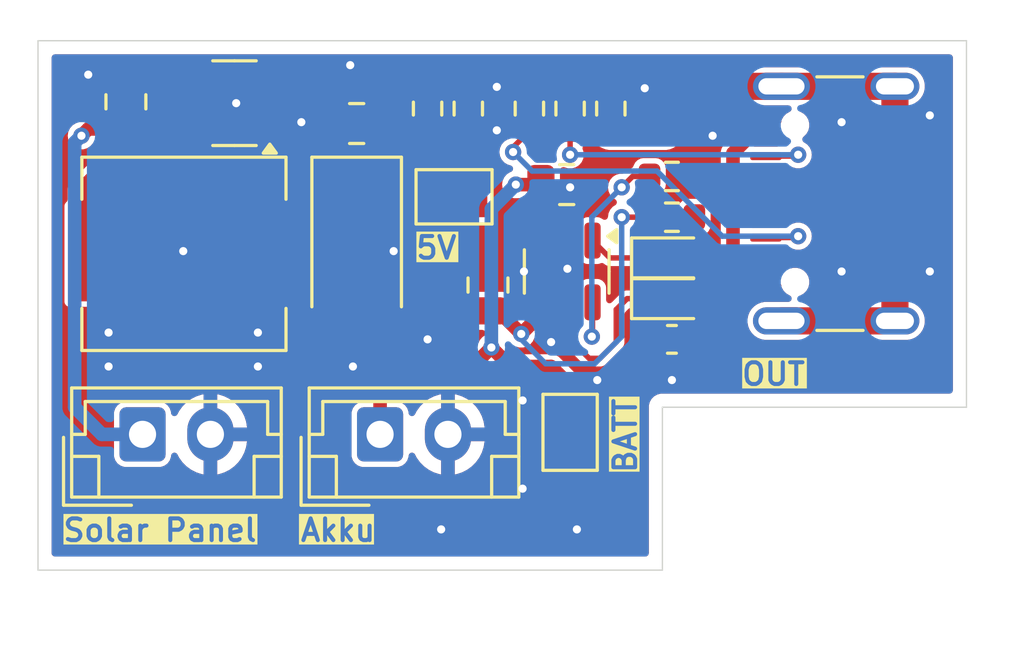
<source format=kicad_pcb>
(kicad_pcb (version 20240108) (generator "pcbnew") (generator_version "8.0")
  (layers (0 "F.Cu" signal) (1 "In1.Cu" signal) (2 "In2.Cu" signal) (31 "B.Cu" signal) (34 "B.Paste" user) (35 "F.Paste" user) (36 "B.SilkS" user "B.Silkscreen") (37 "F.SilkS" user "F.Silkscreen") (38 "B.Mask" user) (39 "F.Mask" user) (44 "Edge.Cuts" user))
  (net 0 "")
  (net 1 "/SW")
  (net 2 "/5V_Out")
  (net 3 "3V_Solar")
  (net 4 "/FB")
  (net 5 "GND")
  (net 7 "Net-(D2-A)")
  (net 8 "VBUS")
  (net 9 "/BAT_OUT")
  (net 10 "+5V")
  (net 11 "/STDBY")
  (net 12 "/PROG")
  (net 13 "/CHRG")
  (net 14 "/VBUS_OUT")
  (net 15 "/CC1")
  (net 16 "/Shield")
  (net 20 "/CC2")
  (footprint "Resistor_SMD:R_0603_1608Metric" (layer "F.Cu") (at 165.75 59 90)
    (property "Reference" "R1" (hide yes))
    (property "Value" "750k")
    (fp_line (start -0.237258 -0.5225) (end 0.237258 -0.5225) (stroke (width 0.12)) (layer "F.SilkS"))
    (fp_line (start -0.237258 0.5225) (end 0.237258 0.5225) (stroke (width 0.12)) (layer "F.SilkS"))
    (pad "1" smd roundrect (at -0.825 0 90) (size 0.8 0.95) (layers "F.Cu" "F.Paste" "F.Mask") (net 2 "/5V_Out"))
    (pad "2" smd roundrect (at 0.825 0 90) (size 0.8 0.95) (layers "F.Cu" "F.Paste" "F.Mask") (net 4 "/FB"))
  )
  (footprint "LED_SMD:LED_0603_1608Metric" (layer "F.Cu") (at 174.750002 66)
    (property "Reference" "D3" (hide yes))
    (property "Value" "LED")
    (fp_line (start -1.485 -0.735) (end -1.485 0.735) (stroke (width 0.12)) (layer "F.SilkS"))
    (fp_line (start -1.485 0.735) (end 0.8 0.735) (stroke (width 0.12)) (layer "F.SilkS"))
    (fp_line (start 0.8 -0.735) (end -1.485 -0.735) (stroke (width 0.12)) (layer "F.SilkS"))
    (pad "1" smd roundrect (at -0.787501 0) (size 0.875 0.95) (layers "F.Cu" "F.Paste" "F.Mask") (net 11 "/STDBY"))
    (pad "2" smd roundrect (at 0.787501 0) (size 0.875 0.95) (layers "F.Cu" "F.Paste" "F.Mask") (net 7 "Net-(D2-A)"))
  )
  (footprint "Package_TO_SOT_SMD:SOT-23-6" (layer "F.Cu") (at 158.6375 58.800001 180)
    (property "Reference" "U1" (hide yes))
    (property "Value" "MT3608")
    (fp_line (start 0 1.560001) (end 0.8 1.56) (stroke (width 0.12)) (layer "F.SilkS"))
    (fp_line (start 0 1.560001) (end -0.8 1.56) (stroke (width 0.12)) (layer "F.SilkS"))
    (fp_line (start 0 -1.560001) (end 0.8 -1.56) (stroke (width 0.12)) (layer "F.SilkS"))
    (fp_line (start 0 -1.560001) (end -0.8 -1.56) (stroke (width 0.12)) (layer "F.SilkS"))
    (fp_poly (pts (xy -1.3 -1.51) (xy -1.54 -1.84) (xy -1.06 -1.84) (xy -1.3 -1.51)) (stroke (width 0.12)) (fill solid) (layer "F.SilkS"))
    (pad "1" smd roundrect (at -1.1375 -0.949999 180) (size 1.325 0.6) (layers "F.Cu" "F.Paste" "F.Mask") (net 1 "/SW"))
    (pad "2" smd roundrect (at -1.1375 0 180) (size 1.325 0.6) (layers "F.Cu" "F.Paste" "F.Mask") (net 5 "GND"))
    (pad "3" smd roundrect (at -1.1375 0.949999 180) (size 1.325 0.6) (layers "F.Cu" "F.Paste" "F.Mask") (net 4 "/FB"))
    (pad "4" smd roundrect (at 1.1375 0.949999 180) (size 1.325 0.6) (layers "F.Cu" "F.Paste" "F.Mask") (net 3 "3V_Solar"))
    (pad "5" smd roundrect (at 1.1375 0 180) (size 1.325 0.6) (layers "F.Cu" "F.Paste" "F.Mask") (net 3 "3V_Solar"))
    (pad "6" smd roundrect (at 1.1375 -0.949999 180) (size 1.325 0.6) (layers "F.Cu" "F.Paste" "F.Mask"))
  )
  (footprint "Diode_SMD:D_SMA" (layer "F.Cu") (at 163.1375 64.300001 -90)
    (property "Reference" "D1" (hide yes))
    (property "Value" "SS54")
    (fp_line (start -3.51 1.65) (end 2 1.65) (stroke (width 0.12)) (layer "F.SilkS"))
    (fp_line (start -3.51 -1.65) (end -3.51 1.65) (stroke (width 0.12)) (layer "F.SilkS"))
    (fp_line (start -3.51 -1.65) (end 2 -1.65) (stroke (width 0.12)) (layer "F.SilkS"))
    (pad "1" smd roundrect (at -2.000001 0 270) (size 2.5 1.8) (layers "F.Cu" "F.Paste" "F.Mask") (roundrect_rratio 0.1388888889) (net 2 "/5V_Out"))
    (pad "2" smd roundrect (at 2.000001 0 270) (size 2.5 1.8) (layers "F.Cu" "F.Paste" "F.Mask") (roundrect_rratio 0.1388888889) (net 1 "/SW"))
  )
  (footprint "LED_SMD:LED_0603_1608Metric" (layer "F.Cu") (at 174.75 64.5)
    (property "Reference" "D2" (hide yes))
    (property "Value" "LED")
    (fp_line (start -1.485 -0.735) (end -1.485 0.735) (stroke (width 0.12)) (layer "F.SilkS"))
    (fp_line (start -1.485 0.735) (end 0.8 0.735) (stroke (width 0.12)) (layer "F.SilkS"))
    (fp_line (start 0.8 -0.735) (end -1.485 -0.735) (stroke (width 0.12)) (layer "F.SilkS"))
    (pad "1" smd roundrect (at -0.787501 0) (size 0.875 0.95) (layers "F.Cu" "F.Paste" "F.Mask") (net 13 "/CHRG"))
    (pad "2" smd roundrect (at 0.787501 0) (size 0.875 0.95) (layers "F.Cu" "F.Paste" "F.Mask") (net 7 "Net-(D2-A)"))
  )
  (footprint "Jumper:SolderJumper-2_P1.3mm_Open_TrianglePad1.0x1.5mm" (layer "F.Cu") (at 171 70.924999 -90)
    (property "Reference" "JP2" (hide yes))
    (property "Value" "SolderJumper_2_Open")
    (fp_line (start -1.4 1) (end -1.4 -1) (stroke (width 0.12)) (layer "F.SilkS"))
    (fp_line (start 1.4 1) (end -1.4 1) (stroke (width 0.12)) (layer "F.SilkS"))
    (fp_line (start -1.4 -1) (end 1.4 -1) (stroke (width 0.12)) (layer "F.SilkS"))
    (fp_line (start 1.4 -1) (end 1.4 1) (stroke (width 0.12)) (layer "F.SilkS"))
    (pad "1" smd custom (at -0.724999 0 270) (size 0.3 0.3) (layers "F.Cu" "F.Mask") (net 9 "/BAT_OUT") (options (clearance outline) (anchor rect)) (primitives (gr_poly (pts (xy 1 0) (xy 0.5 0.75) (xy -0.5 0.75) (xy -0.5 -0.75) (xy 0.5 -0.75)) (width 0) (fill yes))))
    (pad "2" smd custom (at 0.724999 0 270) (size 0.3 0.3) (layers "F.Cu" "F.Mask") (net 8 "VBUS") (options (clearance outline) (anchor rect)) (primitives (gr_poly (pts (xy 0.5 0.75) (xy -0.65 0.75) (xy -0.15 0) (xy -0.65 -0.75) (xy 0.5 -0.75)) (width 0) (fill yes))))
  )
  (footprint "Connector_JST:JST_EH_B2B-EH-A_1x02_P2.50mm_Vertical" (layer "F.Cu") (at 155.25 71)
    (property "Reference" "J1" (hide yes))
    (property "Value" "B2B-PH-K-S")
    (fp_line (start -2.91 0.11) (end -2.91 2.61) (stroke (width 0.12)) (layer "F.SilkS"))
    (fp_line (start -2.91 2.61) (end -0.41 2.61) (stroke (width 0.12)) (layer "F.SilkS"))
    (fp_line (start -2.61 -1.71) (end -2.61 2.31) (stroke (width 0.12)) (layer "F.SilkS"))
    (fp_line (start -2.61 0) (end -2.11 0) (stroke (width 0.12)) (layer "F.SilkS"))
    (fp_line (start -2.61 0.81) (end -1.609999 0.81) (stroke (width 0.12)) (layer "F.SilkS"))
    (fp_line (start -2.61 2.31) (end 5.11 2.31) (stroke (width 0.12)) (layer "F.SilkS"))
    (fp_line (start -2.11 -1.21) (end 4.61 -1.21) (stroke (width 0.12)) (layer "F.SilkS"))
    (fp_line (start -2.11 0) (end -2.11 -1.21) (stroke (width 0.12)) (layer "F.SilkS"))
    (fp_line (start -1.609999 0.81) (end -1.61 2.31) (stroke (width 0.12)) (layer "F.SilkS"))
    (fp_line (start 4.109999 0.81) (end 4.11 2.31) (stroke (width 0.12)) (layer "F.SilkS"))
    (fp_line (start 4.61 -1.21) (end 4.61 0) (stroke (width 0.12)) (layer "F.SilkS"))
    (fp_line (start 4.61 0) (end 5.11 0) (stroke (width 0.12)) (layer "F.SilkS"))
    (fp_line (start 5.11 -1.71) (end -2.61 -1.71) (stroke (width 0.12)) (layer "F.SilkS"))
    (fp_line (start 5.11 0.81) (end 4.109999 0.81) (stroke (width 0.12)) (layer "F.SilkS"))
    (fp_line (start 5.11 2.31) (end 5.11 -1.71) (stroke (width 0.12)) (layer "F.SilkS"))
    (pad "1" thru_hole roundrect (at 0 0) (size 1.7 2) (drill 1) (layers "*.Cu" "*.Mask") (roundrect_rratio 0.147059) (net 3 "3V_Solar"))
    (pad "2" thru_hole oval (at 2.5 0) (size 1.7 2) (drill 1) (layers "*.Cu" "*.Mask") (net 5 "GND"))
  )
  (footprint "Resistor_SMD:R_0603_1608Metric" (layer "F.Cu") (at 174.75 63)
    (property "Reference" "R4" (hide yes))
    (property "Value" "1k")
    (fp_line (start -0.237258 -0.5225) (end 0.237258 -0.5225) (stroke (width 0.12)) (layer "F.SilkS"))
    (fp_line (start -0.237258 0.5225) (end 0.237258 0.5225) (stroke (width 0.12)) (layer "F.SilkS"))
    (pad "1" smd roundrect (at -0.825 0) (size 0.8 0.95) (layers "F.Cu" "F.Paste" "F.Mask") (net 10 "+5V"))
    (pad "2" smd roundrect (at 0.825 0) (size 0.8 0.95) (layers "F.Cu" "F.Paste" "F.Mask") (net 7 "Net-(D2-A)"))
  )
  (footprint "Capacitor_SMD:C_0805_2012Metric" (layer "F.Cu") (at 170.875002 61.799999)
    (property "Reference" "C4" (hide yes))
    (property "Value" "10u/16V")
    (fp_line (start -0.261253 -0.735) (end 0.261253 -0.735) (stroke (width 0.12)) (layer "F.SilkS"))
    (fp_line (start -0.261253 0.735) (end 0.261253 0.735) (stroke (width 0.12)) (layer "F.SilkS"))
    (pad "1" smd roundrect (at -0.949999 0) (size 1 1.45) (layers "F.Cu" "F.Paste" "F.Mask") (net 9 "/BAT_OUT"))
    (pad "2" smd roundrect (at 0.949999 0) (size 1 1.45) (layers "F.Cu" "F.Paste" "F.Mask") (net 5 "GND"))
  )
  (footprint "Resistor_SMD:R_0603_1608Metric" (layer "F.Cu") (at 174.75 61.5)
    (property "Reference" "R3" (hide yes))
    (property "Value" "4k")
    (fp_line (start -0.237258 -0.5225) (end 0.237258 -0.5225) (stroke (width 0.12)) (layer "F.SilkS"))
    (fp_line (start -0.237258 0.5225) (end 0.237258 0.5225) (stroke (width 0.12)) (layer "F.SilkS"))
    (pad "1" smd roundrect (at -0.825 0) (size 0.8 0.95) (layers "F.Cu" "F.Paste" "F.Mask") (net 12 "/PROG"))
    (pad "2" smd roundrect (at 0.825 0) (size 0.8 0.95) (layers "F.Cu" "F.Paste" "F.Mask") (net 5 "GND"))
  )
  (footprint "Resistor_SMD:R_0603_1608Metric" (layer "F.Cu") (at 167.25 59 -90)
    (property "Reference" "R2" (hide yes))
    (property "Value" "100k")
    (fp_line (start -0.237258 0.5225) (end 0.237258 0.5225) (stroke (width 0.12)) (layer "F.SilkS"))
    (fp_line (start -0.237258 -0.5225) (end 0.237258 -0.5225) (stroke (width 0.12)) (layer "F.SilkS"))
    (pad "1" smd roundrect (at -0.825 0 270) (size 0.8 0.95) (layers "F.Cu" "F.Paste" "F.Mask") (net 4 "/FB"))
    (pad "2" smd roundrect (at 0.825 0 270) (size 0.8 0.95) (layers "F.Cu" "F.Paste" "F.Mask") (net 5 "GND"))
  )
  (footprint "Resistor_SMD:R_0603_1608Metric" (layer "F.Cu") (at 169.5 59 -90)
    (property "Reference" "R7" (hide yes))
    (property "Value" "5k1")
    (fp_line (start -0.237258 0.5225) (end 0.237258 0.5225) (stroke (width 0.12)) (layer "F.SilkS"))
    (fp_line (start -0.237258 -0.5225) (end 0.237258 -0.5225) (stroke (width 0.12)) (layer "F.SilkS"))
    (pad "1" smd roundrect (at -0.825 0 270) (size 0.8 0.95) (layers "F.Cu" "F.Paste" "F.Mask") (net 5 "GND"))
    (pad "2" smd roundrect (at 0.825 0 270) (size 0.8 0.95) (layers "F.Cu" "F.Paste" "F.Mask") (net 15 "/CC1"))
  )
  (footprint "Connector_JST:JST_EH_B2B-EH-A_1x02_P2.50mm_Vertical" (layer "F.Cu") (at 164 71)
    (property "Reference" "J3" (hide yes))
    (property "Value" "B2B-PH-K-S")
    (fp_line (start -2.91 0.11) (end -2.91 2.61) (stroke (width 0.12)) (layer "F.SilkS"))
    (fp_line (start -2.91 2.61) (end -0.41 2.61) (stroke (width 0.12)) (layer "F.SilkS"))
    (fp_line (start -2.61 -1.71) (end -2.61 2.31) (stroke (width 0.12)) (layer "F.SilkS"))
    (fp_line (start -2.61 0) (end -2.11 0) (stroke (width 0.12)) (layer "F.SilkS"))
    (fp_line (start -2.61 0.81) (end -1.609999 0.81) (stroke (width 0.12)) (layer "F.SilkS"))
    (fp_line (start -2.61 2.31) (end 5.11 2.31) (stroke (width 0.12)) (layer "F.SilkS"))
    (fp_line (start -2.11 -1.21) (end 4.61 -1.21) (stroke (width 0.12)) (layer "F.SilkS"))
    (fp_line (start -2.11 0) (end -2.11 -1.21) (stroke (width 0.12)) (layer "F.SilkS"))
    (fp_line (start -1.609999 0.81) (end -1.61 2.31) (stroke (width 0.12)) (layer "F.SilkS"))
    (fp_line (start 4.109999 0.81) (end 4.11 2.31) (stroke (width 0.12)) (layer "F.SilkS"))
    (fp_line (start 4.61 -1.21) (end 4.61 0) (stroke (width 0.12)) (layer "F.SilkS"))
    (fp_line (start 4.61 0) (end 5.11 0) (stroke (width 0.12)) (layer "F.SilkS"))
    (fp_line (start 5.11 -1.71) (end -2.61 -1.71) (stroke (width 0.12)) (layer "F.SilkS"))
    (fp_line (start 5.11 0.81) (end 4.109999 0.81) (stroke (width 0.12)) (layer "F.SilkS"))
    (fp_line (start 5.11 2.31) (end 5.11 -1.71) (stroke (width 0.12)) (layer "F.SilkS"))
    (pad "1" thru_hole roundrect (at 0 0) (size 1.7 2) (drill 1) (layers "*.Cu" "*.Mask") (roundrect_rratio 0.147059) (net 9 "/BAT_OUT"))
    (pad "2" thru_hole oval (at 2.5 0) (size 1.7 2) (drill 1) (layers "*.Cu" "*.Mask") (net 5 "GND"))
  )
  (footprint "Package_TO_SOT_SMD:SOT-23-6" (layer "F.Cu") (at 170.875002 64.999999 -90)
    (property "Reference" "U2" (hide yes))
    (property "Value" "TP4057")
    (fp_line (start 0 1.560001) (end -0.8 1.56) (stroke (width 0.12)) (layer "F.SilkS"))
    (fp_line (start 0 1.560001) (end 0.8 1.56) (stroke (width 0.12)) (layer "F.SilkS"))
    (fp_line (start 0 -1.560001) (end -0.8 -1.56) (stroke (width 0.12)) (layer "F.SilkS"))
    (fp_line (start 0 -1.560001) (end 0.8 -1.56) (stroke (width 0.12)) (layer "F.SilkS"))
    (fp_poly (pts (xy -1.3 -1.51) (xy -1.54 -1.84) (xy -1.06 -1.84) (xy -1.3 -1.51)) (stroke (width 0.12)) (fill solid) (layer "F.SilkS"))
    (pad "1" smd roundrect (at -1.1375 -0.949999 270) (size 1.325 0.6) (layers "F.Cu" "F.Paste" "F.Mask") (net 13 "/CHRG"))
    (pad "2" smd roundrect (at -1.1375 0 270) (size 1.325 0.6) (layers "F.Cu" "F.Paste" "F.Mask") (net 5 "GND"))
    (pad "3" smd roundrect (at -1.1375 0.949999 270) (size 1.325 0.6) (layers "F.Cu" "F.Paste" "F.Mask") (net 9 "/BAT_OUT"))
    (pad "4" smd roundrect (at 1.1375 0.949999 270) (size 1.325 0.6) (layers "F.Cu" "F.Paste" "F.Mask") (net 10 "+5V"))
    (pad "5" smd roundrect (at 1.1375 0 270) (size 1.325 0.6) (layers "F.Cu" "F.Paste" "F.Mask") (net 11 "/STDBY"))
    (pad "6" smd roundrect (at 1.1375 -0.949999 270) (size 1.325 0.6) (layers "F.Cu" "F.Paste" "F.Mask") (net 12 "/PROG"))
  )
  (footprint "Resistor_SMD:R_0603_1608Metric" (layer "F.Cu") (at 172.5 59 -90)
    (property "Reference" "R8" (hide yes))
    (property "Value" "1M")
    (fp_line (start -0.237258 0.5225) (end 0.237258 0.5225) (stroke (width 0.12)) (layer "F.SilkS"))
    (fp_line (start -0.237258 -0.5225) (end 0.237258 -0.5225) (stroke (width 0.12)) (layer "F.SilkS"))
    (pad "1" smd roundrect (at -0.825 0 270) (size 0.8 0.95) (layers "F.Cu" "F.Paste" "F.Mask") (net 5 "GND"))
    (pad "2" smd roundrect (at 0.825 0 270) (size 0.8 0.95) (layers "F.Cu" "F.Paste" "F.Mask") (net 16 "/Shield"))
  )
  (footprint "Capacitor_SMD:C_0805_2012Metric" (layer "F.Cu") (at 154.6375 58.75 90)
    (property "Reference" "C1" (hide yes))
    (property "Value" "22u/16V")
    (fp_line (start -0.261253 -0.735) (end 0.261253 -0.735) (stroke (width 0.12)) (layer "F.SilkS"))
    (fp_line (start -0.261253 0.735) (end 0.261253 0.735) (stroke (width 0.12)) (layer "F.SilkS"))
    (pad "1" smd roundrect (at -0.949999 0 90) (size 1 1.45) (layers "F.Cu" "F.Paste" "F.Mask") (net 3 "3V_Solar"))
    (pad "2" smd roundrect (at 0.949999 0 90) (size 1 1.45) (layers "F.Cu" "F.Paste" "F.Mask") (net 5 "GND"))
  )
  (footprint "Connector_USB:USB_C_Receptacle_GCT_USB4105-xx-A_16P_TopMnt_Horizontal" (layer "F.Cu") (at 181.89 62.5 90)
    (property "Reference" "J2" (hide yes))
    (property "Value" "TYPE-C16PIN")
    (fp_line (start 4.67 -0.1) (end 4.67 -1.8) (stroke (width 0.12)) (layer "F.SilkS"))
    (fp_line (start -4.67 -0.1) (end -4.67 -1.8) (stroke (width 0.12)) (layer "F.SilkS"))
    (pad "" np_thru_hole circle (at -2.89 -2.605 90) (size 0.65 0.65) (drill 0.65) (layers "F&B.Cu" "*.Mask"))
    (pad "" np_thru_hole circle (at 2.89 -2.605 90) (size 0.65 0.65) (drill 0.65) (layers "F&B.Cu" "*.Mask"))
    (pad "A1" smd roundrect (at -3.2 -3.68 90) (size 0.6 1.15) (layers "F.Cu" "F.Paste" "F.Mask") (net 5 "GND"))
    (pad "A4" smd roundrect (at -2.4 -3.68 90) (size 0.6 1.15) (layers "F.Cu" "F.Paste" "F.Mask") (net 14 "/VBUS_OUT"))
    (pad "A5" smd roundrect (at -1.25 -3.679999 90) (size 0.3 1.15) (layers "F.Cu" "F.Paste" "F.Mask") (net 15 "/CC1"))
    (pad "A6" smd roundrect (at -0.25 -3.68 90) (size 0.3 1.15) (layers "F.Cu" "F.Paste" "F.Mask"))
    (pad "A7" smd roundrect (at 0.25 -3.68 90) (size 0.3 1.15) (layers "F.Cu" "F.Paste" "F.Mask"))
    (pad "A8" smd roundrect (at 1.25 -3.679999 90) (size 0.3 1.15) (layers "F.Cu" "F.Paste" "F.Mask"))
    (pad "A9" smd roundrect (at 2.4 -3.68 90) (size 0.6 1.15) (layers "F.Cu" "F.Paste" "F.Mask") (net 14 "/VBUS_OUT"))
    (pad "A12" smd roundrect (at 3.2 -3.68 90) (size 0.6 1.15) (layers "F.Cu" "F.Paste" "F.Mask") (net 5 "GND"))
    (pad "B1" smd roundrect (at 3.2 -3.68 90) (size 0.6 1.15) (layers "F.Cu" "F.Paste" "F.Mask") (net 5 "GND"))
    (pad "B4" smd roundrect (at 2.4 -3.68 90) (size 0.6 1.15) (layers "F.Cu" "F.Paste" "F.Mask") (net 14 "/VBUS_OUT"))
    (pad "B5" smd roundrect (at 1.75 -3.68 90) (size 0.3 1.15) (layers "F.Cu" "F.Paste" "F.Mask") (net 20 "/CC2"))
    (pad "B6" smd roundrect (at 0.75 -3.68 90) (size 0.3 1.15) (layers "F.Cu" "F.Paste" "F.Mask"))
    (pad "B7" smd roundrect (at -0.75 -3.68 90) (size 0.3 1.15) (layers "F.Cu" "F.Paste" "F.Mask"))
    (pad "B8" smd roundrect (at -1.75 -3.68 90) (size 0.3 1.15) (layers "F.Cu" "F.Paste" "F.Mask"))
    (pad "B9" smd roundrect (at -2.4 -3.68 90) (size 0.6 1.15) (layers "F.Cu" "F.Paste" "F.Mask") (net 14 "/VBUS_OUT"))
    (pad "B12" smd roundrect (at -3.2 -3.68 90) (size 0.6 1.15) (layers "F.Cu" "F.Paste" "F.Mask") (net 5 "GND"))
    (pad "S1" thru_hole oval (at -4.32 -3.105 90) (size 1 2.1) (drill oval 0.6 1.7) (layers "*.Cu" "*.Mask" "F.Paste") (net 16 "/Shield"))
    (pad "S1" thru_hole oval (at -4.32 1.075 90) (size 1 1.8) (drill oval 0.6 1.4) (layers "*.Cu" "*.Mask" "F.Paste") (net 16 "/Shield"))
    (pad "S1" thru_hole oval (at 4.32 -3.105 90) (size 1 2.1) (drill oval 0.6 1.7) (layers "*.Cu" "*.Mask" "F.Paste") (net 16 "/Shield"))
    (pad "S1" thru_hole oval (at 4.32 1.075 90) (size 1 1.8) (drill oval 0.6 1.4) (layers "*.Cu" "*.Mask" "F.Paste") (net 16 "/Shield"))
  )
  (footprint "Capacitor_SMD:C_0805_2012Metric" (layer "F.Cu") (at 163.1375 59.550001 180)
    (property "Reference" "C2" (hide yes))
    (property "Value" "22u/16V")
    (fp_line (start -0.261253 0.735) (end 0.261253 0.735) (stroke (width 0.12)) (layer "F.SilkS"))
    (fp_line (start -0.261253 -0.735) (end 0.261253 -0.735) (stroke (width 0.12)) (layer "F.SilkS"))
    (pad "1" smd roundrect (at -0.949999 0 180) (size 1 1.45) (layers "F.Cu" "F.Paste" "F.Mask") (net 2 "/5V_Out"))
    (pad "2" smd roundrect (at 0.949999 0 180) (size 1 1.45) (layers "F.Cu" "F.Paste" "F.Mask") (net 5 "GND"))
  )
  (footprint "Fuse:Fuse_0603_1608Metric" (layer "F.Cu") (at 174.75 67.500001)
    (property "Reference" "F1" (hide yes))
    (property "Value" "CFS06V3T1R0")
    (fp_line (start -0.16278 -0.51) (end 0.16278 -0.51) (stroke (width 0.12)) (layer "F.SilkS"))
    (fp_line (start -0.16278 0.51) (end 0.16278 0.51) (stroke (width 0.12)) (layer "F.SilkS"))
    (pad "1" smd roundrect (at -0.787501 0) (size 0.875 0.95) (layers "F.Cu" "F.Paste" "F.Mask") (net 8 "VBUS"))
    (pad "2" smd roundrect (at 0.787501 0) (size 0.875 0.95) (layers "F.Cu" "F.Paste" "F.Mask") (net 14 "/VBUS_OUT"))
  )
  (footprint "Capacitor_SMD:C_0805_2012Metric" (layer "F.Cu") (at 167.975002 65.5 90)
    (property "Reference" "C3" (hide yes))
    (property "Value" "10u/16V")
    (fp_line (start -0.261253 -0.735) (end 0.261253 -0.735) (stroke (width 0.12)) (layer "F.SilkS"))
    (fp_line (start -0.261253 0.735) (end 0.261253 0.735) (stroke (width 0.12)) (layer "F.SilkS"))
    (pad "1" smd roundrect (at -0.949999 0 90) (size 1 1.45) (layers "F.Cu" "F.Paste" "F.Mask") (net 10 "+5V"))
    (pad "2" smd roundrect (at 0.949999 0 90) (size 1 1.45) (layers "F.Cu" "F.Paste" "F.Mask") (net 5 "GND"))
  )
  (footprint "Resistor_SMD:R_0603_1608Metric" (layer "F.Cu") (at 171 59 90)
    (property "Reference" "R6" (hide yes))
    (property "Value" "5k1")
    (fp_line (start -0.237258 -0.5225) (end 0.237258 -0.5225) (stroke (width 0.12)) (layer "F.SilkS"))
    (fp_line (start -0.237258 0.5225) (end 0.237258 0.5225) (stroke (width 0.12)) (layer "F.SilkS"))
    (pad "1" smd roundrect (at -0.825 0 90) (size 0.8 0.95) (layers "F.Cu" "F.Paste" "F.Mask") (net 20 "/CC2"))
    (pad "2" smd roundrect (at 0.825 0 90) (size 0.8 0.95) (layers "F.Cu" "F.Paste" "F.Mask") (net 5 "GND"))
  )
  (footprint "Jumper:SolderJumper-2_P1.3mm_Open_TrianglePad1.0x1.5mm" (layer "F.Cu") (at 166.724999 62.25)
    (property "Reference" "JP1" (hide yes))
    (property "Value" "SolderJumper_2_Open")
    (fp_line (start -1.4 -1) (end 1.4 -1) (stroke (width 0.12)) (layer "F.SilkS"))
    (fp_line (start -1.4 1) (end -1.4 -1) (stroke (width 0.12)) (layer "F.SilkS"))
    (fp_line (start 1.4 -1) (end 1.4 1) (stroke (width 0.12)) (layer "F.SilkS"))
    (fp_line (start 1.4 1) (end -1.4 1) (stroke (width 0.12)) (layer "F.SilkS"))
    (pad "1" smd custom (at -0.724999 0) (size 0.3 0.3) (layers "F.Cu" "F.Mask") (net 2 "/5V_Out") (options (clearance outline) (anchor rect)) (primitives (gr_poly (pts (xy 1 0) (xy 0.5 0.75) (xy -0.5 0.75) (xy -0.5 -0.75) (xy 0.5 -0.75)) (width 0) (fill yes))))
    (pad "2" smd custom (at 0.724999 0) (size 0.3 0.3) (layers "F.Cu" "F.Mask") (net 10 "+5V") (options (clearance outline) (anchor rect)) (primitives (gr_poly (pts (xy 0.5 0.75) (xy -0.65 0.75) (xy -0.15 0) (xy -0.65 -0.75) (xy 0.5 -0.75)) (width 0) (fill yes))))
  )
  (footprint "Inductor_SMD:L_Sunlord_MWSA0603S" (layer "F.Cu") (at 156.775 64.350002)
    (property "Reference" "L1" (hide yes))
    (property "Value" "MDA7030-150M")
    (fp_line (start -3.76 -3.560001) (end -3.76 -2.01) (stroke (width 0.12)) (layer "F.SilkS"))
    (fp_line (start -3.76 -3.560001) (end 3.76 -3.560001) (stroke (width 0.12)) (layer "F.SilkS"))
    (fp_line (start -3.76 3.560001) (end -3.76 2.01) (stroke (width 0.12)) (layer "F.SilkS"))
    (fp_line (start -3.76 3.560001) (end 3.76 3.560001) (stroke (width 0.12)) (layer "F.SilkS"))
    (fp_line (start 3.76 -3.560001) (end 3.76 -2.01) (stroke (width 0.12)) (layer "F.SilkS"))
    (fp_line (start 3.76 3.560001) (end 3.76 2.01) (stroke (width 0.12)) (layer "F.SilkS"))
    (pad "1" smd rect (at -3.025 0) (size 2.35 3.5) (layers "F.Cu" "F.Paste" "F.Mask") (net 3 "3V_Solar"))
    (pad "2" smd rect (at 3.025 0) (size 2.35 3.5) (layers "F.Cu" "F.Paste" "F.Mask") (net 1 "/SW"))
  )
  (gr_line (start 174.4 70) (end 185.6 70) (stroke (width 0.05)) (layer "Edge.Cuts"))
  (gr_line (start 174.4 76) (end 174.4 70) (stroke (width 0.05)) (layer "Edge.Cuts"))
  (gr_line (start 185.6 70) (end 185.6 56.5) (stroke (width 0.05)) (layer "Edge.Cuts"))
  (gr_line (start 151.4 56.5) (end 151.4 76) (stroke (width 0.05)) (layer "Edge.Cuts"))
  (gr_line (start 151.4 76) (end 174.4 76) (stroke (width 0.05)) (layer "Edge.Cuts"))
  (gr_line (start 185.6 56.5) (end 151.4 56.5) (stroke (width 0.05)) (layer "Edge.Cuts"))
  (gr_text "5V" (at 165.25 64.6 0) (layer "F.SilkS" knockout) (effects (font (size 0.8 0.8) (thickness 0.15) (bold yes)) (justify left bottom)))
  (gr_text "Akku" (at 161 75 0) (layer "F.SilkS" knockout) (effects (font (size 0.8 0.8) (thickness 0.15) (bold yes)) (justify left bottom)))
  (gr_text "BATT" (at 173.5 72.5 90) (layer "F.SilkS" knockout) (effects (font (size 0.8 0.8) (thickness 0.15) (bold yes)) (justify left bottom)))
  (gr_text "Solar Panel" (at 152.25 75 0) (layer "F.SilkS" knockout) (effects (font (size 0.8 0.8) (thickness 0.15) (bold yes)) (justify left bottom)))
  (gr_text "OUT" (at 177.25 69.25 0) (layer "F.SilkS" knockout) (effects (font (size 0.8 0.8) (thickness 0.15) (bold yes)) (justify left bottom)))
  (segment (start 164.087499 59.550001) (end 164.725001 59.550001) (width 0.2) (layer "F.Cu") (net 2))
  (segment (start 164.087499 59.550001) (end 164.087499 60.387499) (width 0.5) (layer "F.Cu") (net 2))
  (segment (start 165.95 62.25) (end 166 62.25) (width 0.5) (layer "F.Cu") (net 2))
  (segment (start 164.725001 59.550001) (end 165 59.825) (width 0.2) (layer "F.Cu") (net 2))
  (segment (start 164.087499 60.387499) (end 165.95 62.25) (width 0.5) (layer "F.Cu") (net 2))
  (segment (start 165 59.825) (end 165.75 59.825) (width 0.2) (layer "F.Cu") (net 2))
  (segment (start 154.587499 59.75) (end 154.6375 59.699999) (width 0.5) (layer "F.Cu") (net 3))
  (segment (start 153.25 59.75) (end 154.587499 59.75) (width 0.5) (layer "F.Cu") (net 3))
  (segment (start 157.5 58.800001) (end 157.5 57.850002) (width 0.3) (layer "F.Cu") (net 3))
  (segment (start 153 60) (end 153.25 59.75) (width 0.5) (layer "F.Cu") (net 3))
  (via (at 153 60) (size 0.6) (drill 0.3) (layers "F.Cu" "B.Cu") (net 3))
  (segment (start 152.75 70) (end 152.75 60.25) (width 0.5) (layer "B.Cu") (net 3))
  (segment (start 152.75 70) (end 153.75 71) (width 0.5) (layer "B.Cu") (net 3))
  (segment (start 152.75 60.25) (end 153 60) (width 0.5) (layer "B.Cu") (net 3))
  (segment (start 155.25 71) (end 153.75 71) (width 0.5) (layer "B.Cu") (net 3))
  (segment (start 161.475 58.175) (end 161.150002 57.850002) (width 0.2) (layer "F.Cu") (net 4))
  (segment (start 165.75 58.175) (end 161.475 58.175) (width 0.2) (layer "F.Cu") (net 4))
  (segment (start 161.150002 57.850002) (end 159.775 57.850002) (width 0.2) (layer "F.Cu") (net 4))
  (segment (start 167.25 58.175) (end 165.75 58.175) (width 0.2) (layer "F.Cu") (net 4))
  (segment (start 158.7 58.8) (end 159.774999 58.8) (width 0.5) (layer "F.Cu") (net 5))
  (segment (start 162.1375 59.5) (end 162.187501 59.550001) (width 0.5) (layer "F.Cu") (net 5))
  (segment (start 169.3 65) (end 168.425001 65) (width 0.5) (layer "F.Cu") (net 5))
  (segment (start 159.774999 58.8) (end 159.775 58.800001) (width 0.5) (layer "F.Cu") (net 5))
  (segment (start 168.425001 65) (end 167.975002 64.550001) (width 0.5) (layer "F.Cu") (net 5))
  (segment (start 161.1 59.5) (end 162.1375 59.5) (width 0.5) (layer "F.Cu") (net 5))
  (segment (start 170.9 64.9) (end 170.9 63.887497) (width 0.5) (layer "F.Cu") (net 5))
  (segment (start 171 61.9) (end 171.725 61.9) (width 0.5) (layer "F.Cu") (net 5))
  (segment (start 154.587499 57.75) (end 154.6375 57.800001) (width 0.5) (layer "F.Cu") (net 5))
  (segment (start 170.9 63.887497) (end 170.875002 63.862499) (width 0.5) (layer "F.Cu") (net 5))
  (segment (start 171.725 61.9) (end 171.825001 61.799999) (width 0.5) (layer "F.Cu") (net 5))
  (segment (start 153.25 57.75) (end 154.587499 57.75) (width 0.5) (layer "F.Cu") (net 5))
  (via (at 164.5 64.25) (size 0.6) (drill 0.3) (layers "F.Cu" "B.Cu") (net 5))
  (via (at 173.75 58.25) (size 0.6) (drill 0.3) (layers "F.Cu" "B.Cu") (net 5))
  (via (at 156.75 64.25) (size 0.6) (drill 0.3) (layers "F.Cu" "B.Cu") (net 5))
  (via (at 159.5 67.25) (size 0.6) (drill 0.3) (layers "F.Cu" "B.Cu") (net 5))
  (via (at 169.25 73) (size 0.6) (drill 0.3) (layers "F.Cu" "B.Cu") (net 5))
  (via (at 165.75 67.5) (size 0.6) (drill 0.3) (layers "F.Cu" "B.Cu") (net 5))
  (via (at 159.5 68.5) (size 0.6) (drill 0.3) (layers "F.Cu" "B.Cu") (net 5))
  (via (at 158.7 58.8) (size 0.6) (drill 0.3) (layers "F.Cu" "B.Cu") (net 5))
  (via (at 176.25 60) (size 0.6) (drill 0.3) (layers "F.Cu" "B.Cu") (net 5))
  (via (at 181 65) (size 0.6) (drill 0.3) (layers "F.Cu" "B.Cu") (net 5))
  (via (at 169.25 69.75) (size 0.6) (drill 0.3) (layers "F.Cu" "B.Cu") (net 5))
  (via (at 168.3 58.2) (size 0.6) (drill 0.3) (layers "F.Cu" "B.Cu") (net 5))
  (via (at 172 69) (size 0.6) (drill 0.3) (layers "F.Cu" "B.Cu") (net 5))
  (via (at 184.25 59.25) (size 0.6) (drill 0.3) (layers "F.Cu" "B.Cu") (net 5))
  (via (at 169.3 65) (size 0.6) (drill 0.3) (layers "F.Cu" "B.Cu") (net 5))
  (via (at 184.25 65) (size 0.6) (drill 0.3) (layers "F.Cu" "B.Cu") (net 5))
  (via (at 170.3 67.6) (size 0.6) (drill 0.3) (layers "F.Cu" "B.Cu") (net 5))
  (via (at 171 61.9) (size 0.6) (drill 0.3) (layers "F.Cu" "B.Cu") (net 5))
  (via (at 170.9 64.9) (size 0.6) (drill 0.3) (layers "F.Cu" "B.Cu") (net 5))
  (via (at 153.25 57.75) (size 0.6) (drill 0.3) (layers "F.Cu" "B.Cu") (net 5))
  (via (at 174.75 69) (size 0.6) (drill 0.3) (layers "F.Cu" "B.Cu") (net 5))
  (via (at 163 68.5) (size 0.6) (drill 0.3) (layers "F.Cu" "B.Cu") (net 5))
  (via (at 168.3 59.8) (size 0.6) (drill 0.3) (layers "F.Cu" "B.Cu") (net 5))
  (via (at 154 67.25) (size 0.6) (drill 0.3) (layers "F.Cu" "B.Cu") (net 5))
  (via (at 166.25 74.5) (size 0.6) (drill 0.3) (layers "F.Cu" "B.Cu") (net 5))
  (via (at 162.9 57.4) (size 0.6) (drill 0.3) (layers "F.Cu" "B.Cu") (net 5))
  (via (at 161.1 59.5) (size 0.6) (drill 0.3) (layers "F.Cu" "B.Cu") (net 5))
  (via (at 181 59.5) (size 0.6) (drill 0.3) (layers "F.Cu" "B.Cu") (net 5))
  (via (at 171.25 74.5) (size 0.6) (drill 0.3) (layers "F.Cu" "B.Cu") (net 5))
  (via (at 154 68.5) (size 0.6) (drill 0.3) (layers "F.Cu" "B.Cu") (net 5))
  (segment (start 175.537503 66) (end 175.537503 64.500002) (width 0.2) (layer "F.Cu") (net 7))
  (segment (start 175.537503 64.500002) (end 175.537501 64.5) (width 0.2) (layer "F.Cu") (net 7))
  (segment (start 175.537501 63.037499) (end 175.575 63) (width 0.2) (layer "F.Cu") (net 7))
  (segment (start 175.537501 64.5) (end 175.537501 63.037499) (width 0.2) (layer "F.Cu") (net 7))
  (segment (start 173.962499 67.500001) (end 173.962499 68.537501) (width 0.5) (layer "F.Cu") (net 8))
  (segment (start 172.245097 71.654903) (end 171 71.654903) (width 0.5) (layer "F.Cu") (net 8))
  (segment (start 173.2 69.3) (end 173.2 70.7) (width 0.5) (layer "F.Cu") (net 8))
  (segment (start 173.962499 68.537501) (end 173.2 69.3) (width 0.5) (layer "F.Cu") (net 8))
  (segment (start 173.2 70.7) (end 172.245097 71.654903) (width 0.5) (layer "F.Cu") (net 8))
  (segment (start 168.1 67.8) (end 168.8 68.5) (width 0.5) (layer "F.Cu") (net 9))
  (segment (start 169 61.799999) (end 169.925003 61.799999) (width 0.5) (layer "F.Cu") (net 9))
  (segment (start 171 69.2) (end 171 70.2) (width 0.5) (layer "F.Cu") (net 9))
  (segment (start 169.925003 63.862499) (end 169.925003 61.799999) (width 0.5) (layer "F.Cu") (net 9))
  (segment (start 164 69.4) (end 164 71) (width 0.5) (layer "F.Cu") (net 9))
  (segment (start 168.1 67.8) (end 167.4 68.5) (width 0.5) (layer "F.Cu") (net 9))
  (segment (start 167.4 68.5) (end 164.9 68.5) (width 0.5) (layer "F.Cu") (net 9))
  (segment (start 164.9 68.5) (end 164 69.4) (width 0.5) (layer "F.Cu") (net 9))
  (segment (start 168.8 68.5) (end 170.3 68.5) (width 0.5) (layer "F.Cu") (net 9))
  (segment (start 170.3 68.5) (end 171 69.2) (width 0.5) (layer "F.Cu") (net 9))
  (via (at 168.1 67.8) (size 0.6) (drill 0.3) (layers "F.Cu" "B.Cu") (net 9))
  (via (at 169 61.799999) (size 0.6) (drill 0.3) (layers "F.Cu" "B.Cu") (net 9))
  (segment (start 169 61.799999) (end 168.1 62.699999) (width 0.5) (layer "B.Cu") (net 9))
  (segment (start 168.1 62.699999) (end 168.1 67.8) (width 0.5) (layer "B.Cu") (net 9))
  (segment (start 172.9 63) (end 173.925 63) (width 0.2) (layer "F.Cu") (net 10))
  (segment (start 167.449998 62.25) (end 167.449998 62.750002) (width 0.4) (layer "F.Cu") (net 10))
  (segment (start 169.925003 66.574997) (end 169.925003 66.137499) (width 0.5) (layer "F.Cu") (net 10))
  (segment (start 168.349999 66.449999) (end 169.2 67.3) (width 0.5) (layer "F.Cu") (net 10))
  (segment (start 166.2 64) (end 166.2 66.1) (width 0.5) (layer "F.Cu") (net 10))
  (segment (start 166.6 63.6) (end 166.2 64) (width 0.5) (layer "F.Cu") (net 10))
  (segment (start 169.2 67.3) (end 169.925003 66.574997) (width 0.5) (layer "F.Cu") (net 10))
  (segment (start 166.2 66.1) (end 166.549999 66.449999) (width 0.5) (layer "F.Cu") (net 10))
  (segment (start 166.549999 66.449999) (end 167.975002 66.449999) (width 0.5) (layer "F.Cu") (net 10))
  (segment (start 167.449998 62.750002) (end 166.6 63.6) (width 0.4) (layer "F.Cu") (net 10))
  (segment (start 167.975002 66.449999) (end 168.349999 66.449999) (width 0.5) (layer "F.Cu") (net 10))
  (via (at 169.2 67.3) (size 0.6) (drill 0.3) (layers "F.Cu" "B.Cu") (net 10))
  (via (at 172.9 63) (size 0.6) (drill 0.3) (layers "F.Cu" "B.Cu") (net 10))
  (segment (start 169.2 67.5) (end 169.2 67.3) (width 0.2) (layer "B.Cu") (net 10))
  (segment (start 171.9 68.4) (end 170.1 68.4) (width 0.2) (layer "B.Cu") (net 10))
  (segment (start 172.9 67.4) (end 171.9 68.4) (width 0.2) (layer "B.Cu") (net 10))
  (segment (start 172.9 63) (end 172.9 67.4) (width 0.2) (layer "B.Cu") (net 10))
  (segment (start 170.1 68.4) (end 169.2 67.5) (width 0.2) (layer "B.Cu") (net 10))
  (segment (start 172.7 67.6) (end 172.7 66.4) (width 0.2) (layer "F.Cu") (net 11))
  (segment (start 171.7 68.2) (end 172.1 68.2) (width 0.2) (layer "F.Cu") (net 11))
  (segment (start 172.1 68.2) (end 172.7 67.6) (width 0.2) (layer "F.Cu") (net 11))
  (segment (start 170.875002 67.375002) (end 171.7 68.2) (width 0.2) (layer "F.Cu") (net 11))
  (segment (start 170.875002 66.137499) (end 170.875002 67.375002) (width 0.2) (layer "F.Cu") (net 11))
  (segment (start 172.7 66.4) (end 173.1 66) (width 0.2) (layer "F.Cu") (net 11))
  (segment (start 173.1 66) (end 173.962501 66) (width 0.2) (layer "F.Cu") (net 11))
  (segment (start 172.9 61.9) (end 173.3 61.5) (width 0.2) (layer "F.Cu") (net 12))
  (segment (start 173.3 61.5) (end 173.925 61.5) (width 0.2) (layer "F.Cu") (net 12))
  (segment (start 171.825001 66.137499) (end 171.825001 67.374999) (width 0.2) (layer "F.Cu") (net 12))
  (segment (start 171.825001 67.374999) (end 171.8 67.4) (width 0.2) (layer "F.Cu") (net 12))
  (via (at 171.8 67.4) (size 0.6) (drill 0.3) (layers "F.Cu" "B.Cu") (net 12))
  (via (at 172.9 61.9) (size 0.6) (drill 0.3) (layers "F.Cu" "B.Cu") (net 12))
  (segment (start 172.9 61.9) (end 171.8 63) (width 0.2) (layer "B.Cu") (net 12))
  (segment (start 171.8 63) (end 171.8 67.4) (width 0.2) (layer "B.Cu") (net 12))
  (segment (start 171.825001 63.862499) (end 172.462502 64.5) (width 0.2) (layer "F.Cu") (net 13))
  (segment (start 172.462502 64.5) (end 173.962499 64.5) (width 0.2) (layer "F.Cu") (net 13))
  (segment (start 178.21 60.1) (end 177.540458 60.1) (width 0.5) (layer "F.Cu") (net 14))
  (segment (start 176.8 67.1) (end 176.399999 67.500001) (width 0.5) (layer "F.Cu") (net 14))
  (segment (start 176.8 65.640458) (end 176.8 67.1) (width 0.5) (layer "F.Cu") (net 14))
  (segment (start 176.399999 67.500001) (end 175.537501 67.500001) (width 0.5) (layer "F.Cu") (net 14))
  (segment (start 177 64.359542) (end 177.540458 64.9) (width 0.5) (layer "F.Cu") (net 14))
  (segment (start 177.540458 64.9) (end 176.8 65.640458) (width 0.5) (layer "F.Cu") (net 14))
  (segment (start 177.540458 60.1) (end 177 60.640458) (width 0.5) (layer "F.Cu") (net 14))
  (segment (start 177 60.640458) (end 177 64.359542) (width 0.5) (layer "F.Cu") (net 14))
  (segment (start 177.540458 64.9) (end 178.21 64.9) (width 0.5) (layer "F.Cu") (net 14))
  (segment (start 179.35 63.75) (end 179.4 63.7) (width 0.2) (layer "F.Cu") (net 15))
  (segment (start 168.9 60.6) (end 168.9 60.425) (width 0.2) (layer "F.Cu") (net 15))
  (segment (start 168.9 60.425) (end 169.5 59.825) (width 0.2) (layer "F.Cu") (net 15))
  (segment (start 178.210001 63.75) (end 179.35 63.75) (width 0.2) (layer "F.Cu") (net 15))
  (via (at 168.9 60.6) (size 0.6) (drill 0.3) (layers "F.Cu" "B.Cu") (net 15))
  (via (at 179.4 63.7) (size 0.6) (drill 0.3) (layers "F.Cu" "B.Cu") (net 15))
  (segment (start 174.2 61.3) (end 169.6 61.3) (width 0.2) (layer "B.Cu") (net 15))
  (segment (start 176.6 63.7) (end 174.2 61.3) (width 0.2) (layer "B.Cu") (net 15))
  (segment (start 169.6 61.3) (end 168.9 60.6) (width 0.2) (layer "B.Cu") (net 15))
  (segment (start 179.4 63.7) (end 176.6 63.7) (width 0.2) (layer "B.Cu") (net 15))
  (segment (start 178.785 58.18) (end 182.965 58.18) (width 1) (layer "F.Cu") (net 16))
  (segment (start 174.475 59.825) (end 172.5 59.825) (width 1) (layer "F.Cu") (net 16))
  (segment (start 176.12 58.18) (end 174.475 59.825) (width 1) (layer "F.Cu") (net 16))
  (segment (start 182.965 58.18) (end 182.965 66.82) (width 1) (layer "F.Cu") (net 16))
  (segment (start 182.965 66.82) (end 178.785 66.82) (width 1) (layer "F.Cu") (net 16))
  (segment (start 178.785 58.18) (end 176.12 58.18) (width 1) (layer "F.Cu") (net 16))
  (segment (start 179.35 60.75) (end 179.4 60.7) (width 0.2) (layer "F.Cu") (net 20))
  (segment (start 171 60.7) (end 171 59.825) (width 0.2) (layer "F.Cu") (net 20))
  (segment (start 178.21 60.75) (end 179.35 60.75) (width 0.2) (layer "F.Cu") (net 20))
  (via (at 179.4 60.7) (size 0.6) (drill 0.3) (layers "F.Cu" "B.Cu") (net 20))
  (via (at 171 60.7) (size 0.6) (drill 0.3) (layers "F.Cu" "B.Cu") (net 20))
  (segment (start 179.4 60.7) (end 171 60.7) (width 0.2) (layer "B.Cu") (net 20))
  (zone (net 2) (net_name "/5V_Out") (layer "F.Cu") (priority 3) (connect_pads yes (clearance 0.2)) (min_thickness 0.25) (fill yes (thermal_gap 0.5) (thermal_bridge_width 0.5))
    (polygon (pts (xy 162.3 61.2) (xy 162.4 61.1) (xy 163 61.1) (xy 163.6 60.5) (xy 163.6 59.1) (xy 163.8 58.9) (xy 164.3 58.9) (xy 164.6 59.2) (xy 164.6 60.9) (xy 163.8 61.7) (xy 163.8 61.8) (xy 163.7 61.9) (xy 162.5 61.9) (xy 162.3 61.7)))
  )
  (zone (net 3) (net_name "3V_Solar") (layer "F.Cu") (connect_pads yes (clearance 0.2)) (min_thickness 0.25) (fill yes (thermal_gap 0.5) (thermal_bridge_width 0.5))
    (polygon (pts (xy 154.2 59.3) (xy 155.3 59.3) (xy 156.1 58.5) (xy 157.9 58.5) (xy 158.1 58.7) (xy 158.1 59) (xy 158 59.1) (xy 156.8 59.1) (xy 155.7 60.2) (xy 154.4 60.2) (xy 154.1 59.9) (xy 154.1 59.4)))
  )
  (zone (net 1) (net_name "/SW") (layer "F.Cu") (priority 2) (connect_pads yes (clearance 0.2)) (min_thickness 0.25) (fill yes (thermal_gap 0.5) (thermal_bridge_width 0.5))
    (polygon (pts (xy 159.2 59.5) (xy 159.2 60.6) (xy 158.7 61.1) (xy 158.7 65.8) (xy 159 66.1) (xy 161.1 66.1) (xy 162.5 67.5) (xy 163.8 67.5) (xy 164 67.3) (xy 164 65.2) (xy 163.8 65) (xy 162.9 65) (xy 160.9 63) (xy 160.9 60.7) (xy 160.4 60.2) (xy 160.4 59.6) (xy 160.3 59.5)))
  )
  (zone (net 3) (net_name "3V_Solar") (layer "F.Cu") (priority 1) (connect_pads yes (clearance 0.2)) (min_thickness 0.25) (fill yes (thermal_gap 0.5) (thermal_bridge_width 0.5))
    (polygon (pts (xy 154.1 59.4) (xy 154.1 60.5) (xy 152.7 61.9) (xy 152.7 63.3) (xy 153.1 63.7) (xy 154.1 63.7) (xy 154.8 63) (xy 154.8 62.1) (xy 155.7 61.2) (xy 155.7 59.7) (xy 155.3 59.3) (xy 154.2 59.3)))
  )
  (zone (net 5) (net_name "GND") (layers "F.Cu" "In1.Cu" "In2.Cu" "B.Cu") (connect_pads yes (clearance 0.2)) (min_thickness 0.25) (fill yes (thermal_gap 0.5) (thermal_bridge_width 0.5))
    (polygon (pts (xy 150 55) (xy 187 55) (xy 187 77) (xy 150 77)))
  )
)
</source>
